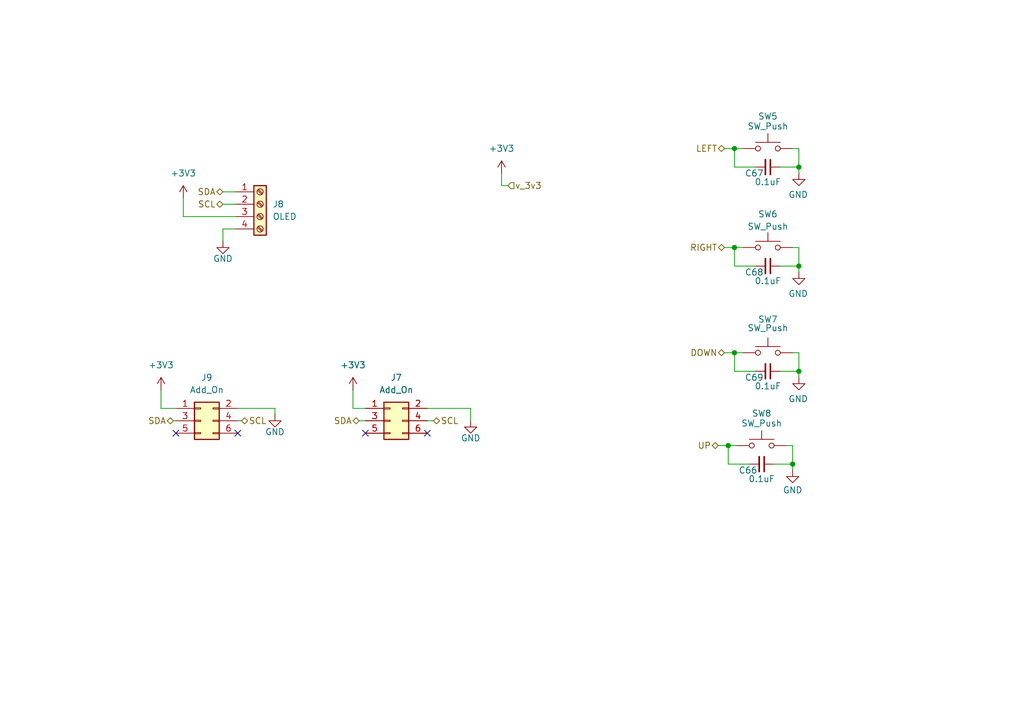
<source format=kicad_sch>
(kicad_sch (version 20250114) (generator "eeschema") (generator_version "9.0")
  (paper "A5")
  (lib_symbols
    (symbol "Connector:Screw_Terminal_01x04" (pin_names (offset 1.016) (hide yes))
      (property "Reference" "J" (at 0 5.08 0))
      (property "Value" "Screw_Terminal_01x04" (at 0 -7.62 0))
      (symbol "Screw_Terminal_01x04_1_1"
        (rectangle (start -1.27 3.81) (end 1.27 -6.35) (stroke (width 0.254)) (fill (type background)))
        (polyline (pts (xy -0.5334 2.8702) (xy 0.3302 2.032)) (stroke (width 0.1524)))
        (polyline (pts (xy -0.5334 0.3302) (xy 0.3302 -0.508)) (stroke (width 0.1524)))
        (polyline (pts (xy -0.5334 -2.2098) (xy 0.3302 -3.048)) (stroke (width 0.1524)))
        (polyline (pts (xy -0.5334 -4.7498) (xy 0.3302 -5.588)) (stroke (width 0.1524)))
        (polyline (pts (xy -0.3556 3.048) (xy 0.508 2.2098)) (stroke (width 0.1524)))
        (polyline (pts (xy -0.3556 0.508) (xy 0.508 -0.3302)) (stroke (width 0.1524)))
        (polyline (pts (xy -0.3556 -2.032) (xy 0.508 -2.8702)) (stroke (width 0.1524)))
        (polyline (pts (xy -0.3556 -4.572) (xy 0.508 -5.4102)) (stroke (width 0.1524)))
        (circle (center 0 2.54) (radius 0.635) (stroke (width 0.1524)))
        (circle (center 0 0) (radius 0.635) (stroke (width 0.1524)))
        (circle (center 0 -2.54) (radius 0.635) (stroke (width 0.1524)))
        (circle (center 0 -5.08) (radius 0.635) (stroke (width 0.1524)))
        (pin passive line (at -5.08 2.54 0) (length 3.81) (name "Pin_1") (number "1"))
        (pin passive line (at -5.08 0 0) (length 3.81) (name "Pin_2") (number "2"))
        (pin passive line (at -5.08 -2.54 0) (length 3.81) (name "Pin_3") (number "3"))
        (pin passive line (at -5.08 -5.08 0) (length 3.81) (name "Pin_4") (number "4"))
      )
    )
    (symbol "Connector_Generic:Conn_02x03_Odd_Even" (pin_names (offset 1.016) (hide yes))
      (property "Reference" "J" (at 1.27 5.08 0))
      (property "Value" "Conn_02x03_Odd_Even" (at 1.27 -5.08 0))
      (symbol "Conn_02x03_Odd_Even_1_1"
        (rectangle (start -1.27 3.81) (end 3.81 -3.81) (stroke (width 0.254)) (fill (type background)))
        (rectangle (start -1.27 2.667) (end 0 2.413) (stroke (width 0.1524)))
        (rectangle (start -1.27 0.127) (end 0 -0.127) (stroke (width 0.1524)))
        (rectangle (start -1.27 -2.413) (end 0 -2.667) (stroke (width 0.1524)))
        (rectangle (start 3.81 2.667) (end 2.54 2.413) (stroke (width 0.1524)))
        (rectangle (start 3.81 0.127) (end 2.54 -0.127) (stroke (width 0.1524)))
        (rectangle (start 3.81 -2.413) (end 2.54 -2.667) (stroke (width 0.1524)))
        (pin passive line (at -5.08 2.54 0) (length 3.81) (name "Pin_1") (number "1"))
        (pin passive line (at -5.08 0 0) (length 3.81) (name "Pin_3") (number "3"))
        (pin passive line (at -5.08 -2.54 0) (length 3.81) (name "Pin_5") (number "5"))
        (pin passive line (at 7.62 2.54 180) (length 3.81) (name "Pin_2") (number "2"))
        (pin passive line (at 7.62 0 180) (length 3.81) (name "Pin_4") (number "4"))
        (pin passive line (at 7.62 -2.54 180) (length 3.81) (name "Pin_6") (number "6"))
      )
    )
    (symbol "Device:C_Small" (pin_numbers (hide yes)) (pin_names (offset 0.254) (hide yes))
      (property "Reference" "C" (at 0.254 1.778 0))
      (property "Value" "C_Small" (at 0.254 -2.032 0))
      (symbol "C_Small_0_1"
        (polyline (pts (xy -1.524 0.508) (xy 1.524 0.508)) (stroke (width 0.3048)))
        (polyline (pts (xy -1.524 -0.508) (xy 1.524 -0.508)) (stroke (width 0.3302)))
      )
      (symbol "C_Small_1_1"
        (pin passive line (at 0 2.54 270) (length 2.032) (name "~") (number "1"))
        (pin passive line (at 0 -2.54 90) (length 2.032) (name "~") (number "2"))
      )
    )
    (symbol "Switch:SW_Push" (pin_numbers (hide yes)) (pin_names (offset 1.016) (hide yes))
      (property "Reference" "SW" (at 1.27 2.54 0))
      (property "Value" "SW_Push" (at 0 -1.524 0))
      (symbol "SW_Push_0_1"
        (circle (center -2.032 0) (radius 0.508))
        (polyline (pts (xy 0 1.27) (xy 0 3.048)))
        (circle (center 2.032 0) (radius 0.508))
        (polyline (pts (xy 2.54 1.27) (xy -2.54 1.27)))
        (pin passive line (at -5.08 0 0) (length 2.54) (name "1") (number "1"))
        (pin passive line (at 5.08 0 180) (length 2.54) (name "2") (number "2"))
      )
    )
    (symbol "power:+3V3" (power) (pin_numbers (hide yes)) (pin_names (offset 0) (hide yes))
      (property "Value" "+3V3" (at 0 3.556 0))
      (symbol "+3V3_0_1"
        (polyline (pts (xy -0.762 1.27) (xy 0 2.54)))
        (polyline (pts (xy 0 2.54) (xy 0.762 1.27)))
        (polyline (pts (xy 0 0) (xy 0 2.54)))
      )
      (symbol "+3V3_1_1"
        (pin power_in line (at 0 0 90) (length 0) (name "~") (number "1"))
      )
    )
    (symbol "power:GND" (power) (pin_numbers (hide yes)) (pin_names (offset 0) (hide yes))
      (property "Value" "GND" (at 0 -3.81 0))
      (symbol "GND_0_1"
        (polyline (pts (xy 0 0) (xy 0 -1.27) (xy 1.27 -1.27) (xy 0 -2.54) (xy -1.27 -1.27) (xy 0 -1.27)))
      )
      (symbol "GND_1_1"
        (pin power_in line (at 0 0 270) (length 0) (name "~") (number "1"))
      )
    )
  )
  (junction (at 150.622 50.8))
  (junction (at 162.56 95.25))
  (junction (at 150.622 30.48))
  (junction (at 163.83 34.29))
  (junction (at 163.83 54.61))
  (junction (at 150.622 72.39))
  (junction (at 163.83 76.2))
  (junction (at 149.352 91.44))
  (no_connect (at 87.63 88.9))
  (no_connect (at 36.068 88.9))
  (no_connect (at 48.768 88.9))
  (no_connect (at 74.93 88.9))
  (wire (pts (xy 162.56 50.8) (xy 163.83 50.8)))
  (wire (pts (xy 56.388 85.09) (xy 56.388 83.82)))
  (wire (pts (xy 154.94 54.61) (xy 150.622 54.61)))
  (wire (pts (xy 152.4 72.39) (xy 150.622 72.39)))
  (wire (pts (xy 96.52 86.36) (xy 96.52 83.82)))
  (wire (pts (xy 162.56 72.39) (xy 163.83 72.39)))
  (wire (pts (xy 163.83 76.2) (xy 163.83 77.47)))
  (wire (pts (xy 35.56 86.36) (xy 36.068 86.36)))
  (wire (pts (xy 149.352 95.25) (xy 149.352 91.44)))
  (wire (pts (xy 72.39 83.82) (xy 74.93 83.82)))
  (wire (pts (xy 150.622 50.8) (xy 148.59 50.8)))
  (wire (pts (xy 162.56 30.48) (xy 163.83 30.48)))
  (wire (pts (xy 150.622 34.29) (xy 150.622 30.48)))
  (wire (pts (xy 163.83 76.2) (xy 160.02 76.2)))
  (wire (pts (xy 96.52 83.82) (xy 87.63 83.82)))
  (wire (pts (xy 154.94 34.29) (xy 150.622 34.29)))
  (wire (pts (xy 48.768 86.36) (xy 49.53 86.36)))
  (wire (pts (xy 73.66 86.36) (xy 74.93 86.36)))
  (wire (pts (xy 150.622 30.48) (xy 148.59 30.48)))
  (wire (pts (xy 163.83 34.29) (xy 160.02 34.29)))
  (wire (pts (xy 151.13 91.44) (xy 149.352 91.44)))
  (wire (pts (xy 163.83 54.61) (xy 163.83 55.88)))
  (wire (pts (xy 56.388 83.82) (xy 48.768 83.82)))
  (wire (pts (xy 87.63 86.36) (xy 88.9 86.36)))
  (wire (pts (xy 163.83 72.39) (xy 163.83 76.2)))
  (wire (pts (xy 163.83 54.61) (xy 160.02 54.61)))
  (wire (pts (xy 162.56 95.25) (xy 158.75 95.25)))
  (wire (pts (xy 150.622 54.61) (xy 150.622 50.8)))
  (wire (pts (xy 153.67 95.25) (xy 149.352 95.25)))
  (wire (pts (xy 161.29 91.44) (xy 162.56 91.44)))
  (wire (pts (xy 102.87 35.56) (xy 102.87 38.1)))
  (wire (pts (xy 152.4 30.48) (xy 150.622 30.48)))
  (wire (pts (xy 45.72 46.99) (xy 48.26 46.99)))
  (wire (pts (xy 48.26 39.37) (xy 45.72 39.37)))
  (wire (pts (xy 163.83 50.8) (xy 163.83 54.61)))
  (wire (pts (xy 152.4 50.8) (xy 150.622 50.8)))
  (wire (pts (xy 163.83 30.48) (xy 163.83 34.29)))
  (wire (pts (xy 33.02 83.82) (xy 36.068 83.82)))
  (wire (pts (xy 150.622 76.2) (xy 150.622 72.39)))
  (wire (pts (xy 154.94 76.2) (xy 150.622 76.2)))
  (wire (pts (xy 48.26 41.91) (xy 45.72 41.91)))
  (wire (pts (xy 33.02 80.01) (xy 33.02 83.82)))
  (wire (pts (xy 163.83 34.29) (xy 163.83 35.56)))
  (wire (pts (xy 48.26 44.45) (xy 37.592 44.45)))
  (wire (pts (xy 150.622 72.39) (xy 148.59 72.39)))
  (wire (pts (xy 147.32 91.44) (xy 149.352 91.44)))
  (wire (pts (xy 37.592 40.64) (xy 37.592 44.45)))
  (wire (pts (xy 162.56 95.25) (xy 162.56 96.52)))
  (wire (pts (xy 162.56 91.44) (xy 162.56 95.25)))
  (wire (pts (xy 45.72 49.53) (xy 45.72 46.99)))
  (wire (pts (xy 72.39 80.01) (xy 72.39 83.82)))
  (wire (pts (xy 102.87 38.1) (xy 104.14 38.1)))
  (hierarchical_label "v_3v3" (shape input) (at 104.14 38.1 0))
  (hierarchical_label "RIGHT" (shape bidirectional) (at 148.59 50.8 180))
  (hierarchical_label "SCL" (shape bidirectional) (at 49.53 86.36 0))
  (hierarchical_label "UP" (shape bidirectional) (at 147.32 91.44 180))
  (hierarchical_label "SDA" (shape bidirectional) (at 35.56 86.36 180))
  (hierarchical_label "SCL" (shape bidirectional) (at 45.72 41.91 180))
  (hierarchical_label "LEFT" (shape bidirectional) (at 148.59 30.48 180))
  (hierarchical_label "SCL" (shape bidirectional) (at 88.9 86.36 0))
  (hierarchical_label "SDA" (shape bidirectional) (at 73.66 86.36 180))
  (hierarchical_label "DOWN" (shape bidirectional) (at 148.59 72.39 180))
  (hierarchical_label "SDA" (shape bidirectional) (at 45.72 39.37 180))
  (symbol (lib_id "Switch:SW_Push") (at 156.21 91.44 0) (unit 1)
    (property "Reference" "SW8" (at 156.21 84.836 0))
    (property "Value" "SW_Push" (at 156.21 86.868 0))
    (property "Description" "Push button switch, generic, two pins" (effects (hide yes)))
  )
  (symbol (lib_id "power:+3V3") (at 33.02 80.01 0) (unit 1)
    (property "Reference" "#PWR0155" (effects (hide yes)))
    (property "Value" "+3V3" (at 33.02 74.93 0))
    (property "Description" "Power symbol creates a global label with name \"+3V3\"" (effects (hide yes)))
  )
  (symbol (lib_id "Connector_Generic:Conn_02x03_Odd_Even") (at 41.148 86.36 0) (unit 1)
    (property "Reference" "J9" (at 42.418 77.47 0))
    (property "Value" "Add_On" (at 42.418 80.01 0))
    (property "Footprint" "Connector_PinSocket_2.54mm:PinSocket_2x03_P2.54mm_Vertical" (effects (hide yes)))
    (property "Description" "Generic connector, double row, 02x03, odd/even pin numbering scheme (row 1 odd numbers, row 2 even numbers), script generated (kicad-library-utils/schlib/autogen/connector/)" (effects (hide yes)))
    (property "LCSC#" "C5116527" (effects (hide yes)))
    (property "Proveedor" "JLCPCB" (effects (hide yes)))
  )
  (symbol (lib_id "Switch:SW_Push") (at 157.48 50.8 0) (unit 1)
    (property "Reference" "SW6" (at 157.48 43.942 0))
    (property "Value" "SW_Push" (at 157.48 46.482 0))
    (property "Description" "Push button switch, generic, two pins" (effects (hide yes)))
  )
  (symbol (lib_id "Connector_Generic:Conn_02x03_Odd_Even") (at 80.01 86.36 0) (unit 1)
    (property "Reference" "J7" (at 81.28 77.47 0))
    (property "Value" "Add_On" (at 81.28 80.01 0))
    (property "Footprint" "Connector_PinSocket_2.54mm:PinSocket_2x03_P2.54mm_Vertical" (effects (hide yes)))
    (property "Description" "Generic connector, double row, 02x03, odd/even pin numbering scheme (row 1 odd numbers, row 2 even numbers), script generated (kicad-library-utils/schlib/autogen/connector/)" (effects (hide yes)))
    (property "LCSC#" "C5116527" (effects (hide yes)))
    (property "Proveedor" "JLCPCB" (effects (hide yes)))
  )
  (symbol (lib_id "Connector:Screw_Terminal_01x04") (at 53.34 41.91 0) (unit 1)
    (property "Reference" "J8" (at 55.88 41.9099 0) (effects (justify left)))
    (property "Value" "OLED" (at 55.88 44.4499 0) (effects (justify left)))
    (property "Footprint" "Library:Display OLED 128 x32" (effects (hide yes)))
    (property "manf#" "Display OLED 128x32 0.91 I2C SSD1306 Blanco / Azul" (effects (hide yes)))
    (property "provedor" "UNIT Electronics" (effects (hide yes)))
    (property "Proveedor" "UNIT ELECTRONICS" (effects (hide yes)))
  )
  (symbol (lib_id "power:GND") (at 162.56 96.52 0) (mirror y) (unit 1)
    (property "Reference" "#PWR0149" (effects (hide yes)))
    (property "Value" "GND" (at 162.56 100.584 0))
  )
  (symbol (lib_id "power:+3V3") (at 72.39 80.01 0) (unit 1)
    (property "Reference" "#PWR0156" (effects (hide yes)))
    (property "Value" "+3V3" (at 72.39 74.93 0))
    (property "Description" "Power symbol creates a global label with name \"+3V3\"" (effects (hide yes)))
  )
  (symbol (lib_id "Switch:SW_Push") (at 157.48 30.48 0) (unit 1)
    (property "Reference" "SW5" (at 157.48 23.876 0))
    (property "Value" "SW_Push" (at 157.48 25.908 0))
    (property "Description" "Push button switch, generic, two pins" (effects (hide yes)))
  )
  (symbol (lib_id "Device:C_Small") (at 156.21 95.25 270) (mirror x) (unit 1)
    (property "Reference" "C66" (at 153.416 96.52 90))
    (property "Value" "0.1uF" (at 156.21 98.298 90))
    (property "Footprint" "Capacitor_SMD:C_0603_1608Metric" (effects (hide yes)))
    (property "Description" "Unpolarized capacitor, small symbol" (effects (hide yes)))
    (property "LCSC#" "C478888 " (effects (hide yes)))
    (property "Proveedor" "JLCPCB" (effects (hide yes)))
    (property "manf#" "KAM15AR71C104KM" (effects (hide yes)))
  )
  (symbol (lib_id "power:GND") (at 96.52 86.36 0) (unit 1)
    (property "Reference" "#PWR0148" (effects (hide yes)))
    (property "Value" "GND" (at 96.52 89.916 0))
    (property "Description" "Power symbol creates a global label with name \"GND\" , ground" (effects (hide yes)))
  )
  (symbol (lib_id "power:GND") (at 56.388 85.09 0) (unit 1)
    (property "Reference" "#PWR0153" (effects (hide yes)))
    (property "Value" "GND" (at 56.388 88.646 0))
    (property "Description" "Power symbol creates a global label with name \"GND\" , ground" (effects (hide yes)))
  )
  (symbol (lib_id "power:GND") (at 163.83 55.88 0) (mirror y) (unit 1)
    (property "Reference" "#PWR0151" (effects (hide yes)))
    (property "Value" "GND" (at 163.703 60.2742 0))
  )
  (symbol (lib_id "Device:C_Small") (at 157.48 34.29 270) (mirror x) (unit 1)
    (property "Reference" "C67" (at 154.686 35.56 90))
    (property "Value" "0.1uF" (at 157.48 37.338 90))
    (property "Footprint" "Capacitor_SMD:C_0603_1608Metric" (effects (hide yes)))
    (property "Description" "Unpolarized capacitor, small symbol" (effects (hide yes)))
    (property "LCSC#" "C478888 " (effects (hide yes)))
    (property "Proveedor" "JLCPCB" (effects (hide yes)))
    (property "manf#" "KAM15AR71C104KM" (effects (hide yes)))
  )
  (symbol (lib_id "power:+3V3") (at 102.87 35.56 0) (unit 1)
    (property "Reference" "#PWR0154" (effects (hide yes)))
    (property "Value" "+3V3" (at 102.87 30.48 0))
    (property "Description" "Power symbol creates a global label with name \"+3V3\"" (effects (hide yes)))
  )
  (symbol (lib_id "Switch:SW_Push") (at 157.48 72.39 0) (unit 1)
    (property "Reference" "SW7" (at 157.48 65.532 0))
    (property "Value" "SW_Push" (at 157.48 67.31 0))
    (property "Description" "Push button switch, generic, two pins" (effects (hide yes)))
  )
  (symbol (lib_id "Device:C_Small") (at 157.48 76.2 270) (mirror x) (unit 1)
    (property "Reference" "C69" (at 154.686 77.47 90))
    (property "Value" "0.1uF" (at 157.48 79.248 90))
    (property "Footprint" "Capacitor_SMD:C_0603_1608Metric" (effects (hide yes)))
    (property "Description" "Unpolarized capacitor, small symbol" (effects (hide yes)))
    (property "LCSC#" "C478888 " (effects (hide yes)))
    (property "Proveedor" "JLCPCB" (effects (hide yes)))
    (property "manf#" "KAM15AR71C104KM" (effects (hide yes)))
  )
  (symbol (lib_id "Device:C_Small") (at 157.48 54.61 270) (mirror x) (unit 1)
    (property "Reference" "C68" (at 154.686 55.88 90))
    (property "Value" "0.1uF" (at 157.48 57.658 90))
    (property "Footprint" "Capacitor_SMD:C_0603_1608Metric" (effects (hide yes)))
    (property "Description" "Unpolarized capacitor, small symbol" (effects (hide yes)))
    (property "LCSC#" "C478888 " (effects (hide yes)))
    (property "Proveedor" "JLCPCB" (effects (hide yes)))
    (property "manf#" "KAM15AR71C104KM" (effects (hide yes)))
  )
  (symbol (lib_id "power:GND") (at 45.72 49.53 0) (unit 1)
    (property "Reference" "#PWR0158" (effects (hide yes)))
    (property "Value" "GND" (at 45.72 53.086 0))
    (property "Description" "Power symbol creates a global label with name \"GND\" , ground" (effects (hide yes)))
  )
  (symbol (lib_id "power:GND") (at 163.83 77.47 0) (mirror y) (unit 1)
    (property "Reference" "#PWR0152" (effects (hide yes)))
    (property "Value" "GND" (at 163.703 81.8642 0))
  )
  (symbol (lib_id "power:GND") (at 163.83 35.56 0) (mirror y) (unit 1)
    (property "Reference" "#PWR0150" (effects (hide yes)))
    (property "Value" "GND" (at 163.703 39.9542 0))
  )
  (symbol (lib_id "power:+3V3") (at 37.592 40.64 0) (unit 1)
    (property "Reference" "#PWR0157" (effects (hide yes)))
    (property "Value" "+3V3" (at 37.592 35.56 0))
    (property "Description" "Power symbol creates a global label with name \"+3V3\"" (effects (hide yes)))
  )
)
</source>
